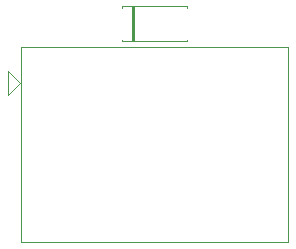
<source format=gto>
G04 #@! TF.GenerationSoftware,KiCad,Pcbnew,8.0.1*
G04 #@! TF.CreationDate,2024-03-24T00:29:59+01:00*
G04 #@! TF.ProjectId,bypass,62797061-7373-42e6-9b69-6361645f7063,rev?*
G04 #@! TF.SameCoordinates,Original*
G04 #@! TF.FileFunction,Legend,Top*
G04 #@! TF.FilePolarity,Positive*
%FSLAX46Y46*%
G04 Gerber Fmt 4.6, Leading zero omitted, Abs format (unit mm)*
G04 Created by KiCad (PCBNEW 8.0.1) date 2024-03-24 00:29:59*
%MOMM*%
%LPD*%
G01*
G04 APERTURE LIST*
%ADD10C,0.120000*%
%ADD11R,2.200000X2.200000*%
%ADD12O,2.200000X2.200000*%
%ADD13C,2.300000*%
G04 APERTURE END LIST*
D10*
X145780000Y-20380000D02*
X151220000Y-20380000D01*
X145780000Y-20510000D02*
X145780000Y-20380000D01*
X145780000Y-23190000D02*
X145780000Y-23320000D01*
X145780000Y-23320000D02*
X151220000Y-23320000D01*
X146560000Y-20380000D02*
X146560000Y-23320000D01*
X146680000Y-20380000D02*
X146680000Y-23320000D01*
X146800000Y-20380000D02*
X146800000Y-23320000D01*
X151220000Y-20380000D02*
X151220000Y-20510000D01*
X151220000Y-23320000D02*
X151220000Y-23190000D01*
X136070000Y-25850000D02*
X136070000Y-27850000D01*
X136070000Y-27850000D02*
X137070000Y-26850000D01*
X137070000Y-26850000D02*
X136070000Y-25850000D01*
X137190000Y-23840000D02*
X137190000Y-40360000D01*
X159810000Y-23840000D02*
X137190000Y-23840000D01*
X159810000Y-23840000D02*
X159810000Y-40360000D01*
X159810000Y-40360000D02*
X137190000Y-40360000D01*
%LPC*%
D11*
X144690000Y-21850000D03*
D12*
X152310000Y-21850000D03*
D13*
X140900000Y-26850000D03*
X140900000Y-35050000D03*
X145900000Y-26850000D03*
X145900000Y-35050000D03*
X150900000Y-26850000D03*
X150900000Y-35050000D03*
X155900000Y-26850000D03*
X155900000Y-35050000D03*
%LPD*%
M02*

</source>
